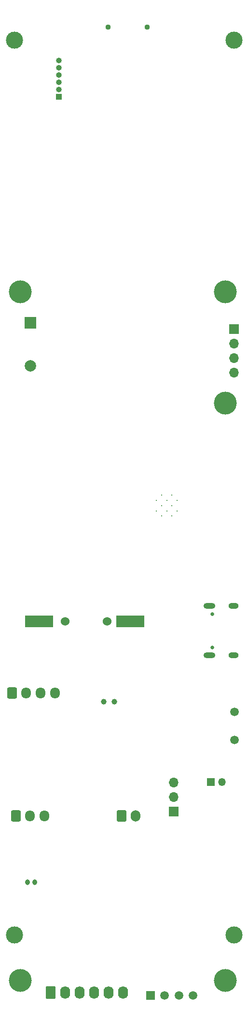
<source format=gbs>
%TF.GenerationSoftware,KiCad,Pcbnew,7.0.2*%
%TF.CreationDate,2023-05-22T14:03:59+07:00*%
%TF.ProjectId,ph_portable_refrigerator_v2_hw,70685f70-6f72-4746-9162-6c655f726566,rev?*%
%TF.SameCoordinates,Original*%
%TF.FileFunction,Soldermask,Bot*%
%TF.FilePolarity,Negative*%
%FSLAX46Y46*%
G04 Gerber Fmt 4.6, Leading zero omitted, Abs format (unit mm)*
G04 Created by KiCad (PCBNEW 7.0.2) date 2023-05-22 14:03:59*
%MOMM*%
%LPD*%
G01*
G04 APERTURE LIST*
G04 Aperture macros list*
%AMRoundRect*
0 Rectangle with rounded corners*
0 $1 Rounding radius*
0 $2 $3 $4 $5 $6 $7 $8 $9 X,Y pos of 4 corners*
0 Add a 4 corners polygon primitive as box body*
4,1,4,$2,$3,$4,$5,$6,$7,$8,$9,$2,$3,0*
0 Add four circle primitives for the rounded corners*
1,1,$1+$1,$2,$3*
1,1,$1+$1,$4,$5*
1,1,$1+$1,$6,$7*
1,1,$1+$1,$8,$9*
0 Add four rect primitives between the rounded corners*
20,1,$1+$1,$2,$3,$4,$5,0*
20,1,$1+$1,$4,$5,$6,$7,0*
20,1,$1+$1,$6,$7,$8,$9,0*
20,1,$1+$1,$8,$9,$2,$3,0*%
G04 Aperture macros list end*
%ADD10O,1.000000X1.000000*%
%ADD11R,1.000000X1.000000*%
%ADD12RoundRect,0.250000X-0.620000X-0.845000X0.620000X-0.845000X0.620000X0.845000X-0.620000X0.845000X0*%
%ADD13O,1.740000X2.190000*%
%ADD14C,4.000000*%
%ADD15C,1.000000*%
%ADD16R,1.700000X1.700000*%
%ADD17O,1.700000X1.700000*%
%ADD18R,1.508000X1.508000*%
%ADD19C,1.508000*%
%ADD20C,3.000000*%
%ADD21C,0.950000*%
%ADD22C,1.500000*%
%ADD23R,2.000000X2.000000*%
%ADD24C,2.000000*%
%ADD25C,0.300000*%
%ADD26C,0.650000*%
%ADD27O,2.100000X1.000000*%
%ADD28O,1.800000X1.000000*%
%ADD29RoundRect,0.250000X-0.600000X-0.725000X0.600000X-0.725000X0.600000X0.725000X-0.600000X0.725000X0*%
%ADD30O,1.700000X1.950000*%
%ADD31O,0.800000X1.000000*%
%ADD32R,5.000000X2.000000*%
%ADD33C,1.524000*%
%ADD34RoundRect,0.250000X-0.600000X-0.750000X0.600000X-0.750000X0.600000X0.750000X-0.600000X0.750000X0*%
%ADD35O,1.700000X2.000000*%
%ADD36R,1.350000X1.350000*%
%ADD37O,1.350000X1.350000*%
G04 APERTURE END LIST*
D10*
%TO.C,J3*%
X46250000Y-28525000D03*
X46250000Y-29795000D03*
X46250000Y-31065000D03*
X46250000Y-32335000D03*
X46250000Y-33605000D03*
D11*
X46250000Y-34875000D03*
%TD*%
D12*
%TO.C,J11*%
X44875000Y-191650000D03*
D13*
X47415000Y-191650000D03*
X49955000Y-191650000D03*
X52495000Y-191650000D03*
X55035000Y-191650000D03*
X57575000Y-191650000D03*
%TD*%
D14*
%TO.C,REF\u002A\u002A*%
X39500000Y-189500000D03*
%TD*%
D15*
%TO.C,Y1*%
X54145000Y-140725000D03*
X56045000Y-140725000D03*
%TD*%
D14*
%TO.C,REF\u002A\u002A*%
X75500000Y-88500000D03*
%TD*%
D16*
%TO.C,J10*%
X66475000Y-159950000D03*
D17*
X66475000Y-157410000D03*
X66475000Y-154870000D03*
%TD*%
D14*
%TO.C,REF\u002A\u002A*%
X75500000Y-69000000D03*
%TD*%
D18*
%TO.C,J8*%
X62350000Y-192100000D03*
D19*
X64850000Y-192100000D03*
X67350000Y-192100000D03*
X69850000Y-192100000D03*
%TD*%
D20*
%TO.C,REF\u002A\u002A*%
X77000000Y-181500000D03*
%TD*%
D21*
%TO.C,J1*%
X61750000Y-22707500D03*
X54950000Y-22707500D03*
%TD*%
D20*
%TO.C,REF\u002A\u002A*%
X38500000Y-181500000D03*
%TD*%
D14*
%TO.C,REF\u002A\u002A*%
X39500000Y-69000000D03*
%TD*%
D20*
%TO.C,REF\u002A\u002A*%
X38500000Y-25000000D03*
%TD*%
D22*
%TO.C,Y2*%
X77100000Y-142500000D03*
X77100000Y-147380000D03*
%TD*%
D20*
%TO.C,REF\u002A\u002A*%
X77000000Y-25000000D03*
%TD*%
D14*
%TO.C,REF\u002A\u002A*%
X75500000Y-189500000D03*
%TD*%
D23*
%TO.C,BZ1*%
X41325000Y-74400000D03*
D24*
X41325000Y-82000000D03*
%TD*%
D25*
%TO.C,U1*%
X67050000Y-105497500D03*
X67050000Y-107332500D03*
X66132500Y-104580000D03*
X66132500Y-106415000D03*
X66132500Y-108250000D03*
X65215000Y-105497500D03*
X65215000Y-107332500D03*
X64297500Y-104580000D03*
X64297500Y-106415000D03*
X64297500Y-108250000D03*
X63380000Y-105497500D03*
X63380000Y-107332500D03*
%TD*%
D16*
%TO.C,J13*%
X77050000Y-75530000D03*
D17*
X77050000Y-78070000D03*
X77050000Y-80610000D03*
X77050000Y-83150000D03*
%TD*%
D26*
%TO.C,J15*%
X73225000Y-131215000D03*
X73225000Y-125435000D03*
D27*
X72725000Y-132645000D03*
D28*
X76905000Y-132645000D03*
D27*
X72725000Y-124005000D03*
D28*
X76905000Y-124005000D03*
%TD*%
D29*
%TO.C,J12*%
X38075000Y-139205000D03*
D30*
X40575000Y-139205000D03*
X43075000Y-139205000D03*
X45575000Y-139205000D03*
%TD*%
D31*
%TO.C,J5*%
X42050000Y-172275000D03*
X40800000Y-172275000D03*
%TD*%
D29*
%TO.C,J14*%
X38750000Y-160750000D03*
D30*
X41250000Y-160750000D03*
X43750000Y-160750000D03*
%TD*%
D32*
%TO.C,BT1*%
X58800000Y-126650000D03*
X42800000Y-126650000D03*
D33*
X54800000Y-126650000D03*
X47400000Y-126650000D03*
%TD*%
D34*
%TO.C,J6*%
X57275000Y-160725000D03*
D35*
X59775000Y-160725000D03*
%TD*%
D36*
%TO.C,J9*%
X72925000Y-154750000D03*
D37*
X74925000Y-154750000D03*
%TD*%
M02*

</source>
